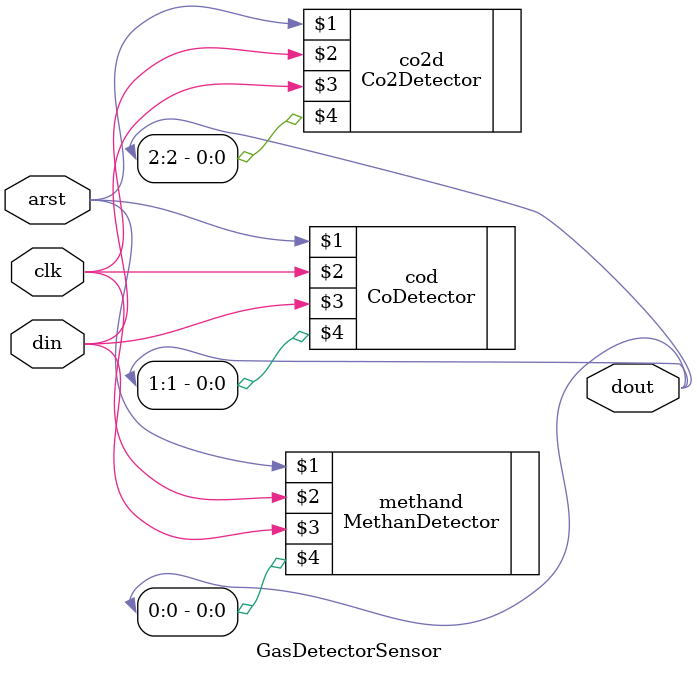
<source format=v>
`timescale 1ns / 1ns
/*--  *******************************************************
--  Computer Architecture Course, Laboratory Sources 
--  Amirkabir University of Technology (Tehran Polytechnic)
--  Department of Computer Engineering (CE-AUT)
--  https://ce[dot]aut[dot]ac[dot]ir
--  *******************************************************
--  All Rights reserved (C) 2019-2020
--  *******************************************************
--  Student ID  : 
--  Student Name: 
--  Student Mail: 
--  *******************************************************
--  Additional Comments:
--
--*/
/*-----------------------------------------------------------
---  Module Name: Gas Detector Sensor
---  Description: Module2:
-----------------------------------------------------------*/
module GasDetectorSensor (
	input        arst     , // async reset
	input        clk      , // clock posedge
	input        din      , // input data 
	output [2:0] dout       // output data
);
	
	MethanDetector methand (arst, clk, din, dout[0]);
	CoDetector cod (arst, clk, din, dout[1]);
	Co2Detector co2d (arst, clk, din, dout[2]);

endmodule

</source>
